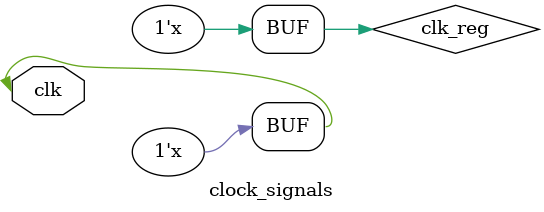
<source format=v>

`resetall
`timescale 1ns/10ps
module clock_signals( 
   input   wire      clk   // write FIFO clk
);


// Internal Declarations
reg clk_reg = 1'b0;
assign clk = clk_reg;
always #1 clk_reg = ~clk_reg;
endmodule

</source>
